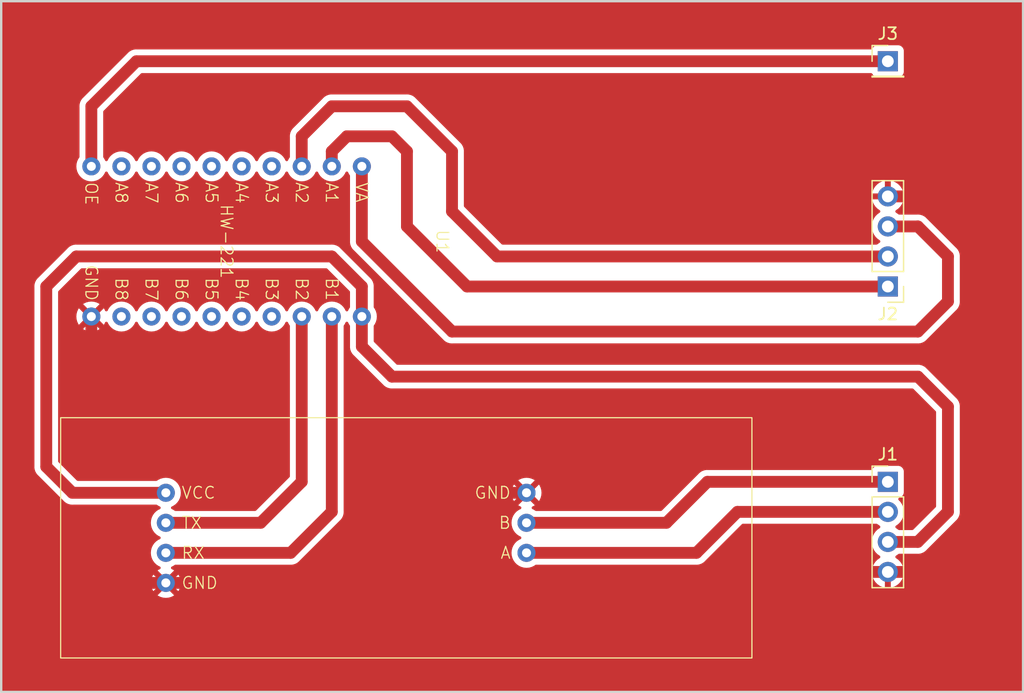
<source format=kicad_pcb>
(kicad_pcb (version 20221018) (generator pcbnew)
  (layers (0 "F.Cu" signal) (31 "B.Cu" signal) (34 "B.Paste" user) (35 "F.Paste" user) (36 "B.SilkS" user "B.Silkscreen") (37 "F.SilkS" user "F.Silkscreen") (38 "B.Mask" user) (39 "F.Mask" user) (44 "Edge.Cuts" user))
  (net 0 "")
  (net 1 "/B")
  (net 2 "/A")
  (net 3 "/5V")
  (net 4 "/GND")
  (net 5 "/TX - TTL")
  (net 6 "/RX - TTL")
  (net 7 "/3.3V")
  (net 14 "/OUT_ENABLE")
  (net 15 "/RX - RS485")
  (net 16 "/TX - RS485")
  (footprint "Connector_PinHeader_2.54mm:PinHeader_1x04_P2.54mm_Vertical" (layer "F.Cu") (at 171.45 77.47 180)
    (fp_text reference "J2" (at 0 -2.33) (layer "F.SilkS"))
    (fp_text value "Conn_01x04_Pin")
    (fp_line (start -1.33 -1.33) (end 0 -1.33) (stroke (width 0.12)) (layer "F.SilkS"))
    (fp_line (start -1.33 0) (end -1.33 -1.33) (stroke (width 0.12)) (layer "F.SilkS"))
    (fp_line (start -1.33 1.27) (end -1.33 8.95) (stroke (width 0.12)) (layer "F.SilkS"))
    (fp_line (start -1.33 1.27) (end 1.33 1.27) (stroke (width 0.12)) (layer "F.SilkS"))
    (fp_line (start -1.33 8.95) (end 1.33 8.95) (stroke (width 0.12)) (layer "F.SilkS"))
    (fp_line (start 1.33 1.27) (end 1.33 8.95) (stroke (width 0.12)) (layer "F.SilkS"))
    (pad "1" thru_hole rect (at 0 0 180) (size 1.7 1.7) (drill 1) (layers "*.Cu" "*.Mask") (net 5 "/TX - TTL"))
    (pad "2" thru_hole oval (at 0 2.54 180) (size 1.7 1.7) (drill 1) (layers "*.Cu" "*.Mask") (net 6 "/RX - TTL"))
    (pad "3" thru_hole oval (at 0 5.08 180) (size 1.7 1.7) (drill 1) (layers "*.Cu" "*.Mask") (net 7 "/3.3V"))
    (pad "4" thru_hole oval (at 0 7.62 180) (size 1.7 1.7) (drill 1) (layers "*.Cu" "*.Mask") (net 4 "/GND"))
  )
  (footprint "Connector_PinHeader_2.54mm:PinHeader_1x01_P2.54mm_Vertical" (layer "F.Cu") (at 171.45 58.42)
    (fp_text reference "J3" (at 0 -2.33) (layer "F.SilkS"))
    (fp_text value "Conn_01x01_Pin")
    (fp_line (start -1.33 -1.33) (end 0 -1.33) (stroke (width 0.12)) (layer "F.SilkS"))
    (fp_line (start -1.33 0) (end -1.33 -1.33) (stroke (width 0.12)) (layer "F.SilkS"))
    (fp_line (start -1.33 1.27) (end -1.33 1.33) (stroke (width 0.12)) (layer "F.SilkS"))
    (fp_line (start -1.33 1.27) (end 1.33 1.27) (stroke (width 0.12)) (layer "F.SilkS"))
    (fp_line (start -1.33 1.33) (end 1.33 1.33) (stroke (width 0.12)) (layer "F.SilkS"))
    (fp_line (start 1.33 1.27) (end 1.33 1.33) (stroke (width 0.12)) (layer "F.SilkS"))
    (pad "1" thru_hole rect (at 0 0) (size 1.7 1.7) (drill 1) (layers "*.Cu" "*.Mask") (net 14 "/OUT_ENABLE"))
  )
  (footprint "ttl-to-rs485:HW-221" (layer "F.Cu") (at 115.57 73.66 -90)
    (fp_text reference "U1" (at 0 -18.24 -90 unlocked) (layer "F.SilkS") (effects (font (thickness 0.1))))
    (fp_text value "HW-221")
    (fp_text user "A6" (at -5.08 3.81 -90 unlocked) (layer "F.SilkS") (effects (font (thickness 0.1)) (justify left)))
    (fp_text user "VA" (at -5.08 -11.43 -90 unlocked) (layer "F.SilkS") (effects (font (thickness 0.1)) (justify left)))
    (fp_text user "A1" (at -5.08 -8.89 -90 unlocked) (layer "F.SilkS") (effects (font (thickness 0.1)) (justify left)))
    (fp_text user "OE" (at -5.08 11.43 -90 unlocked) (layer "F.SilkS") (effects (font (thickness 0.1)) (justify left)))
    (fp_text user "A8" (at -5.08 8.89 -90 unlocked) (layer "F.SilkS") (effects (font (thickness 0.1)) (justify left)))
    (fp_text user "GND" (at 5.08 11.43 -90 unlocked) (layer "F.SilkS") (effects (font (thickness 0.1)) (justify right)))
    (fp_text user "B4" (at 5.08 -1.27 -90 unlocked) (layer "F.SilkS") (effects (font (thickness 0.1)) (justify right)))
    (fp_text user "A3" (at -5.08 -3.81 -90 unlocked) (layer "F.SilkS") (effects (font (thickness 0.1)) (justify left)))
    (fp_text user "A5" (at -5.08 1.27 -90 unlocked) (layer "F.SilkS") (effects (font (thickness 0.1)) (justify left)))
    (fp_text user "B7" (at 5.08 6.35 -90 unlocked) (layer "F.SilkS") (effects (font (thickness 0.1)) (justify right)))
    (fp_text user "A2" (at -5.08 -6.35 -90 unlocked) (layer "F.SilkS") (effects (font (thickness 0.1)) (justify left)))
    (fp_text user "B5" (at 5.08 1.27 -90 unlocked) (layer "F.SilkS") (effects (font (thickness 0.1)) (justify right)))
    (fp_text user "A4" (at -5.08 -1.27 -90 unlocked) (layer "F.SilkS") (effects (font (thickness 0.1)) (justify left)))
    (fp_text user "A7" (at -5.08 6.35 -90 unlocked) (layer "F.SilkS") (effects (font (thickness 0.1)) (justify left)))
    (fp_text user "HW-221" (at 0 0 -90 unlocked) (layer "F.SilkS") (effects (font (thickness 0.1))))
    (fp_text user "B3" (at 5.08 -3.81 -90 unlocked) (layer "F.SilkS") (effects (font (thickness 0.1)) (justify right)))
    (fp_text user "B8" (at 5.08 8.89 -90 unlocked) (layer "F.SilkS") (effects (font (thickness 0.1)) (justify right)))
    (fp_text user "B2" (at 5.08 -6.35 -90 unlocked) (layer "F.SilkS") (effects (font (thickness 0.1)) (justify right)))
    (fp_text user "B1" (at 5.08 -8.89 -90 unlocked) (layer "F.SilkS") (effects (font (thickness 0.1)) (justify right)))
    (fp_text user "B6" (at 5.08 3.81 -90 unlocked) (layer "F.SilkS") (effects (font (thickness 0.1)) (justify right)))
    (pad "1" thru_hole circle (at -6.35 -11.43 270) (size 1.524 1.524) (drill 0.762) (layers "*.Cu" "*.Mask") (net 7 "/3.3V"))
    (pad "2" thru_hole circle (at -6.35 -8.89 270) (size 1.524 1.524) (drill 0.762) (layers "*.Cu" "*.Mask") (net 5 "/TX - TTL"))
    (pad "3" thru_hole circle (at -6.35 -6.35 270) (size 1.524 1.524) (drill 0.762) (layers "*.Cu" "*.Mask") (net 6 "/RX - TTL"))
    (pad "4" thru_hole circle (at -6.35 -3.81 270) (size 1.524 1.524) (drill 0.762) (layers "*.Cu" "*.Mask"))
    (pad "5" thru_hole circle (at -6.35 -1.27 270) (size 1.524 1.524) (drill 0.762) (layers "*.Cu" "*.Mask"))
    (pad "6" thru_hole circle (at -6.35 1.27 270) (size 1.524 1.524) (drill 0.762) (layers "*.Cu" "*.Mask"))
    (pad "7" thru_hole circle (at -6.35 3.81 270) (size 1.524 1.524) (drill 0.762) (layers "*.Cu" "*.Mask"))
    (pad "8" thru_hole circle (at -6.35 6.35 270) (size 1.524 1.524) (drill 0.762) (layers "*.Cu" "*.Mask"))
    (pad "9" thru_hole circle (at -6.35 8.89 270) (size 1.524 1.524) (drill 0.762) (layers "*.Cu" "*.Mask"))
    (pad "10" thru_hole circle (at -6.35 11.43 270) (size 1.524 1.524) (drill 0.762) (layers "*.Cu" "*.Mask") (net 14 "/OUT_ENABLE"))
    (pad "11" thru_hole circle (at 6.35 -11.43 270) (size 1.524 1.524) (drill 0.762) (layers "*.Cu" "*.Mask") (net 3 "/5V"))
    (pad "12" thru_hole circle (at 6.35 -8.89 270) (size 1.524 1.524) (drill 0.762) (layers "*.Cu" "*.Mask") (net 15 "/RX - RS485"))
    (pad "13" thru_hole circle (at 6.35 -6.35 270) (size 1.524 1.524) (drill 0.762) (layers "*.Cu" "*.Mask") (net 16 "/TX - RS485"))
    (pad "14" thru_hole circle (at 6.35 -3.81 270) (size 1.524 1.524) (drill 0.762) (layers "*.Cu" "*.Mask"))
    (pad "15" thru_hole circle (at 6.35 -1.27 270) (size 1.524 1.524) (drill 0.762) (layers "*.Cu" "*.Mask"))
    (pad "16" thru_hole circle (at 6.35 1.27 270) (size 1.524 1.524) (drill 0.762) (layers "*.Cu" "*.Mask"))
    (pad "17" thru_hole circle (at 6.35 3.81 270) (size 1.524 1.524) (drill 0.762) (layers "*.Cu" "*.Mask"))
    (pad "18" thru_hole circle (at 6.35 6.35 270) (size 1.524 1.524) (drill 0.762) (layers "*.Cu" "*.Mask"))
    (pad "19" thru_hole circle (at 6.35 8.89 270) (size 1.524 1.524) (drill 0.762) (layers "*.Cu" "*.Mask"))
    (pad "20" thru_hole circle (at 6.35 11.43 270) (size 1.524 1.524) (drill 0.762) (layers "*.Cu" "*.Mask") (net 4 "/GND"))
  )
  (footprint "ttl-to-rs485:TTL-RS485" (layer "F.Cu") (at 125.675 98.725)
    (fp_text reference "U2" hide)
    (fp_text value "TTL-RS485")
    (fp_text user "GND" (at 13.97 -3.81 unlocked) (layer "F.SilkS") (effects (font (thickness 0.1)) (justify right)))
    (fp_text user "A" (at 13.97 1.27 unlocked) (layer "F.SilkS") (effects (font (thickness 0.1)) (justify right)))
    (fp_text user "GND" (at -13.97 3.81 unlocked) (layer "F.SilkS") (effects (font (thickness 0.1)) (justify left)))
    (fp_text user "RX" (at -13.97 1.27 unlocked) (layer "F.SilkS") (effects (font (thickness 0.1)) (justify left)))
    (fp_text user "TX" (at -13.97 -1.27 unlocked) (layer "F.SilkS") (effects (font (thickness 0.1)) (justify left)))
    (fp_text user "B" (at 13.97 -1.27 unlocked) (layer "F.SilkS") (effects (font (thickness 0.1)) (justify right)))
    (fp_text user "VCC" (at -13.97 -3.81 unlocked) (layer "F.SilkS") (effects (font (thickness 0.1)) (justify left)))
    (fp_rect (start -24.13 -10.16) (end 34.29 10.16) (stroke (width 0.1)) (fill none) (layer "F.SilkS"))
    (pad "1" thru_hole circle (at -15.24 -3.81) (size 1.524 1.524) (drill 0.762) (layers "*.Cu" "*.Mask") (net 3 "/5V"))
    (pad "2" thru_hole circle (at -15.24 -1.27) (size 1.524 1.524) (drill 0.762) (layers "*.Cu" "*.Mask") (net 16 "/TX - RS485"))
    (pad "3" thru_hole circle (at -15.24 1.27) (size 1.524 1.524) (drill 0.762) (layers "*.Cu" "*.Mask") (net 15 "/RX - RS485"))
    (pad "4" thru_hole circle (at -15.24 3.81) (size 1.524 1.524) (drill 0.762) (layers "*.Cu" "*.Mask") (net 4 "/GND"))
    (pad "5" thru_hole circle (at 15.24 1.27) (size 1.524 1.524) (drill 0.762) (layers "*.Cu" "*.Mask") (net 2 "/A"))
    (pad "6" thru_hole circle (at 15.24 -1.27) (size 1.524 1.524) (drill 0.762) (layers "*.Cu" "*.Mask") (net 1 "/B"))
    (pad "7" thru_hole circle (at 15.24 -3.81) (size 1.524 1.524) (drill 0.762) (layers "*.Cu" "*.Mask") (net 4 "/GND"))
  )
  (footprint "Connector_PinHeader_2.54mm:PinHeader_1x04_P2.54mm_Vertical" (layer "F.Cu") (at 171.45 93.99)
    (fp_text reference "J1" (at 0 -2.33) (layer "F.SilkS"))
    (fp_text value "Conn_01x04_Pin")
    (fp_line (start -1.33 -1.33) (end 0 -1.33) (stroke (width 0.12)) (layer "F.SilkS"))
    (fp_line (start -1.33 0) (end -1.33 -1.33) (stroke (width 0.12)) (layer "F.SilkS"))
    (fp_line (start -1.33 1.27) (end -1.33 8.95) (stroke (width 0.12)) (layer "F.SilkS"))
    (fp_line (start -1.33 1.27) (end 1.33 1.27) (stroke (width 0.12)) (layer "F.SilkS"))
    (fp_line (start -1.33 8.95) (end 1.33 8.95) (stroke (width 0.12)) (layer "F.SilkS"))
    (fp_line (start 1.33 1.27) (end 1.33 8.95) (stroke (width 0.12)) (layer "F.SilkS"))
    (pad "1" thru_hole rect (at 0 0) (size 1.7 1.7) (drill 1) (layers "*.Cu" "*.Mask") (net 1 "/B"))
    (pad "2" thru_hole oval (at 0 2.54) (size 1.7 1.7) (drill 1) (layers "*.Cu" "*.Mask") (net 2 "/A"))
    (pad "3" thru_hole oval (at 0 5.08) (size 1.7 1.7) (drill 1) (layers "*.Cu" "*.Mask") (net 3 "/5V"))
    (pad "4" thru_hole oval (at 0 7.62) (size 1.7 1.7) (drill 1) (layers "*.Cu" "*.Mask") (net 4 "/GND"))
  )
  (gr_rect (start 96.52 53.34) (end 182.88 111.76) (stroke (width 0.2)) (fill none) (layer "Edge.Cuts"))
  (segment (start 152.735 97.455) (end 140.915 97.455) (width 1) (layer "F.Cu") (net 1))
  (segment (start 156.2 93.99) (end 152.735 97.455) (width 1) (layer "F.Cu") (net 1))
  (segment (start 171.45 93.99) (end 156.2 93.99) (width 1) (layer "F.Cu") (net 1))
  (segment (start 158.74 96.53) (end 155.275 99.995) (width 1) (layer "F.Cu") (net 2))
  (segment (start 171.45 96.53) (end 158.74 96.53) (width 1) (layer "F.Cu") (net 2))
  (segment (start 155.275 99.995) (end 140.915 99.995) (width 1) (layer "F.Cu") (net 2))
  (segment (start 110.435 94.915) (end 102.535 94.915) (width 1) (layer "F.Cu") (net 3))
  (segment (start 173.99 85.09) (end 176.53 87.63) (width 1) (layer "F.Cu") (net 3))
  (segment (start 102.87 74.93) (end 124.46 74.93) (width 1) (layer "F.Cu") (net 3))
  (segment (start 127 80.01) (end 127 82.55) (width 1) (layer "F.Cu") (net 3))
  (segment (start 127 77.47) (end 127 80.01) (width 1) (layer "F.Cu") (net 3))
  (segment (start 102.535 94.915) (end 100.33 92.71) (width 1) (layer "F.Cu") (net 3))
  (segment (start 127 82.55) (end 129.54 85.09) (width 1) (layer "F.Cu") (net 3))
  (segment (start 129.54 85.09) (end 173.99 85.09) (width 1) (layer "F.Cu") (net 3))
  (segment (start 100.33 77.47) (end 102.87 74.93) (width 1) (layer "F.Cu") (net 3))
  (segment (start 176.53 87.63) (end 176.53 96.52) (width 1) (layer "F.Cu") (net 3))
  (segment (start 124.46 74.93) (end 127 77.47) (width 1) (layer "F.Cu") (net 3))
  (segment (start 100.33 92.71) (end 100.33 77.47) (width 1) (layer "F.Cu") (net 3))
  (segment (start 176.53 96.52) (end 173.98 99.07) (width 1) (layer "F.Cu") (net 3))
  (segment (start 173.98 99.07) (end 171.45 99.07) (width 1) (layer "F.Cu") (net 3))
  (segment (start 104.14 101.6) (end 104.14 97.79) (width 1) (layer "F.Cu") (net 4))
  (segment (start 171.45 69.85) (end 175.26 69.85) (width 1) (layer "F.Cu") (net 4))
  (segment (start 104.14 80.01) (end 104.14 91.44) (width 1) (layer "F.Cu") (net 4))
  (segment (start 176.52 101.61) (end 171.45 101.61) (width 1) (layer "F.Cu") (net 4))
  (segment (start 105.075 102.535) (end 104.14 101.6) (width 1) (layer "F.Cu") (net 4))
  (segment (start 171.45 101.61) (end 158.74 101.61) (width 1) (layer "F.Cu") (net 4))
  (segment (start 124.795 102.535) (end 110.435 102.535) (width 1) (layer "F.Cu") (net 4))
  (segment (start 179.07 73.66) (end 179.07 99.06) (width 1) (layer "F.Cu") (net 4))
  (segment (start 158.74 101.61) (end 154.94 105.41) (width 1) (layer "F.Cu") (net 4))
  (segment (start 110.435 102.535) (end 105.075 102.535) (width 1) (layer "F.Cu") (net 4))
  (segment (start 179.07 99.06) (end 176.52 101.61) (width 1) (layer "F.Cu") (net 4))
  (segment (start 154.94 105.41) (end 127.67 105.41) (width 1) (layer "F.Cu") (net 4))
  (segment (start 175.26 69.85) (end 179.07 73.66) (width 1) (layer "F.Cu") (net 4))
  (segment (start 132.415 94.915) (end 124.795 102.535) (width 1) (layer "F.Cu") (net 4))
  (segment (start 127.67 105.41) (end 124.795 102.535) (width 1) (layer "F.Cu") (net 4))
  (segment (start 140.915 94.915) (end 132.415 94.915) (width 1) (layer "F.Cu") (net 4))
  (segment (start 129.54 64.77) (end 125.73 64.77) (width 1) (layer "F.Cu") (net 5))
  (segment (start 124.46 66.04) (end 124.46 67.31) (width 1) (layer "F.Cu") (net 5))
  (segment (start 135.89 77.47) (end 130.81 72.39) (width 1) (layer "F.Cu") (net 5))
  (segment (start 171.45 77.47) (end 135.89 77.47) (width 1) (layer "F.Cu") (net 5))
  (segment (start 130.81 72.39) (end 130.81 66.04) (width 1) (layer "F.Cu") (net 5))
  (segment (start 130.81 66.04) (end 129.54 64.77) (width 1) (layer "F.Cu") (net 5))
  (segment (start 125.73 64.77) (end 124.46 66.04) (width 1) (layer "F.Cu") (net 5))
  (segment (start 138.43 74.93) (end 134.62 71.12) (width 1) (layer "F.Cu") (net 6))
  (segment (start 130.81 62.23) (end 124.46 62.23) (width 1) (layer "F.Cu") (net 6))
  (segment (start 124.46 62.23) (end 121.92 64.77) (width 1) (layer "F.Cu") (net 6))
  (segment (start 134.62 66.04) (end 130.81 62.23) (width 1) (layer "F.Cu") (net 6))
  (segment (start 171.45 74.93) (end 138.43 74.93) (width 1) (layer "F.Cu") (net 6))
  (segment (start 121.92 64.77) (end 121.92 67.31) (width 1) (layer "F.Cu") (net 6))
  (segment (start 134.62 71.12) (end 134.62 66.04) (width 1) (layer "F.Cu") (net 6))
  (segment (start 171.45 72.39) (end 173.99 72.39) (width 1) (layer "F.Cu") (net 7))
  (segment (start 176.53 74.93) (end 176.53 78.74) (width 1) (layer "F.Cu") (net 7))
  (segment (start 134.62 81.28) (end 127 73.66) (width 1) (layer "F.Cu") (net 7))
  (segment (start 173.99 81.28) (end 134.62 81.28) (width 1) (layer "F.Cu") (net 7))
  (segment (start 176.53 78.74) (end 173.99 81.28) (width 1) (layer "F.Cu") (net 7))
  (segment (start 173.99 72.39) (end 176.53 74.93) (width 1) (layer "F.Cu") (net 7))
  (segment (start 127 73.66) (end 127 67.31) (width 1) (layer "F.Cu") (net 7))
  (segment (start 104.14 62.23) (end 104.14 67.31) (width 1) (layer "F.Cu") (net 14))
  (segment (start 107.95 58.42) (end 104.14 62.23) (width 1) (layer "F.Cu") (net 14))
  (segment (start 171.45 58.42) (end 107.95 58.42) (width 1) (layer "F.Cu") (net 14))
  (segment (start 124.46 80.01) (end 124.46 96.52) (width 1) (layer "F.Cu") (net 15))
  (segment (start 120.985 99.995) (end 110.435 99.995) (width 1) (layer "F.Cu") (net 15))
  (segment (start 124.46 96.52) (end 120.985 99.995) (width 1) (layer "F.Cu") (net 15))
  (segment (start 118.445 97.455) (end 110.435 97.455) (width 1) (layer "F.Cu") (net 16))
  (segment (start 121.92 93.98) (end 118.445 97.455) (width 1) (layer "F.Cu") (net 16))
  (segment (start 121.92 80.01) (end 121.92 93.98) (width 1) (layer "F.Cu") (net 16))
  (zone (net 4) (net_name "/GND") (layer "F.Cu") (connect_pads (clearance 0.5)) (min_thickness 0.25) (fill yes (thermal_gap 0.5) (thermal_bridge_width 0.5))
    (polygon (pts (xy 96.52 53.34) (xy 182.88 53.34) (xy 182.88 111.76) (xy 96.52 111.76)))
  )
)
</source>
